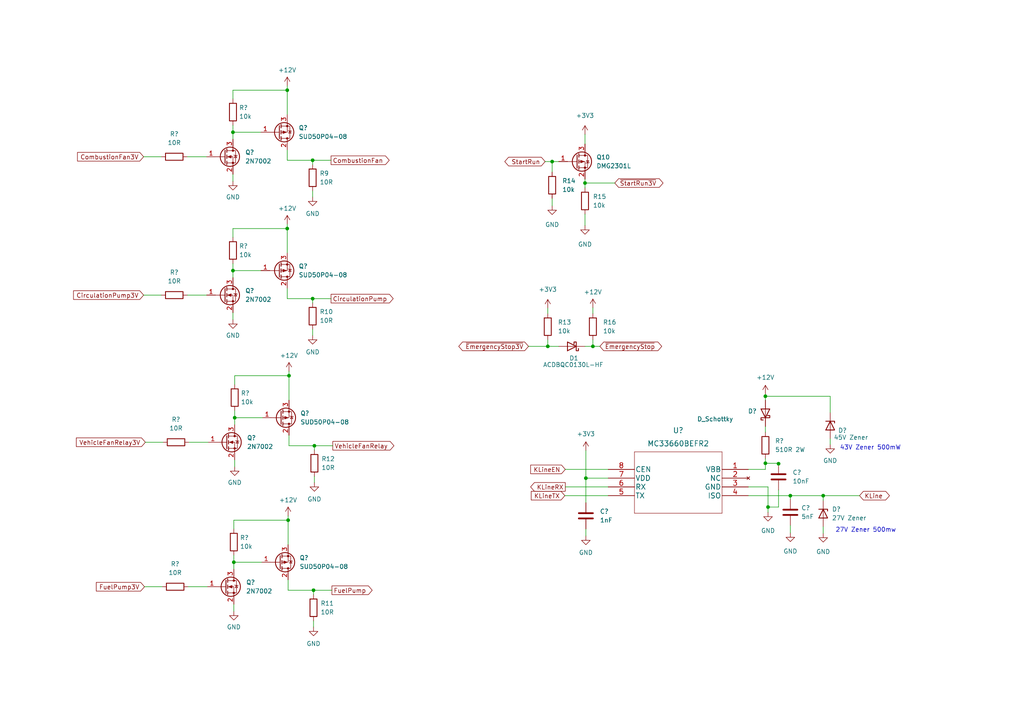
<source format=kicad_sch>
(kicad_sch (version 20211123) (generator eeschema)
  (paper "A4")
  (title_block (title "Webasto Thermo Top C Replacement Controller") (date "2023-01-19") (rev "v1.0"))
  (lib_symbols
    (symbol "+12V_1" (power) (pin_names (offset 0))
      (property "Value" "+12V_1" (at 0 3.556 0))
      (symbol "+12V_1_0_1"
        (polyline (pts (xy -0.762 1.27) (xy 0 2.54)))
        (polyline (pts (xy 0 0) (xy 0 2.54)))
        (polyline (pts (xy 0 2.54) (xy 0.762 1.27)))
      )
      (symbol "+12V_1_1_1"
        (pin power_in line (at 0 0 90) (length 0) hide (name "+12V") (number "1"))
      )
    )
    (symbol "+3V3_3" (power) (pin_names (offset 0))
      (property "Value" "+3V3_3" (at 0 3.556 0))
      (symbol "+3V3_3_0_1"
        (polyline (pts (xy -0.762 1.27) (xy 0 2.54)))
        (polyline (pts (xy 0 0) (xy 0 2.54)))
        (polyline (pts (xy 0 2.54) (xy 0.762 1.27)))
      )
      (symbol "+3V3_3_1_1"
        (pin power_in line (at 0 0 90) (length 0) hide (name "+3V3") (number "1"))
      )
    )
    (symbol "Device:C" (pin_numbers hide) (pin_names (offset 0.254))
      (property "Reference" "C" (at 0.635 2.54 0))
      (property "Value" "C" (at 0.635 -2.54 0))
      (symbol "C_0_1"
        (polyline (pts (xy -2.032 -0.762) (xy 2.032 -0.762)) (stroke (width 0.508)))
        (polyline (pts (xy -2.032 0.762) (xy 2.032 0.762)) (stroke (width 0.508)))
      )
      (symbol "C_1_1"
        (pin passive line (at 0 3.81 270) (length 2.794) (name "~") (number "1"))
        (pin passive line (at 0 -3.81 90) (length 2.794) (name "~") (number "2"))
      )
    )
    (symbol "Device:D_Schottky" (pin_numbers hide) (pin_names (offset 1.016) hide)
      (property "Reference" "D" (at 0 2.54 0))
      (property "Value" "D_Schottky" (at 0 -2.54 0))
      (symbol "D_Schottky_0_1"
        (polyline (pts (xy 1.27 0) (xy -1.27 0)))
        (polyline (pts (xy 1.27 1.27) (xy 1.27 -1.27) (xy -1.27 0) (xy 1.27 1.27)) (stroke (width 0.254)))
        (polyline (pts (xy -1.905 0.635) (xy -1.905 1.27) (xy -1.27 1.27) (xy -1.27 -1.27) (xy -0.635 -1.27) (xy -0.635 -0.635)) (stroke (width 0.254)))
      )
      (symbol "D_Schottky_1_1"
        (pin passive line (at -3.81 0 0) (length 2.54) (name "K") (number "1"))
        (pin passive line (at 3.81 0 180) (length 2.54) (name "A") (number "2"))
      )
    )
    (symbol "Device:D_Zener" (pin_numbers hide) (pin_names (offset 1.016) hide)
      (property "Reference" "D" (at 0 2.54 0))
      (property "Value" "D_Zener" (at 0 -2.54 0))
      (symbol "D_Zener_0_1"
        (polyline (pts (xy 1.27 0) (xy -1.27 0)))
        (polyline (pts (xy -1.27 -1.27) (xy -1.27 1.27) (xy -0.762 1.27)) (stroke (width 0.254)))
        (polyline (pts (xy 1.27 -1.27) (xy 1.27 1.27) (xy -1.27 0) (xy 1.27 -1.27)) (stroke (width 0.254)))
      )
      (symbol "D_Zener_1_1"
        (pin passive line (at -3.81 0 0) (length 2.54) (name "K") (number "1"))
        (pin passive line (at 3.81 0 180) (length 2.54) (name "A") (number "2"))
      )
    )
    (symbol "Device:R" (pin_numbers hide) (pin_names (offset 0))
      (property "Reference" "R" (at 2.032 0 90))
      (property "Value" "R" (at 0 0 90))
      (symbol "R_0_1"
        (rectangle (start -1.016 -2.54) (end 1.016 2.54) (stroke (width 0.254)))
      )
      (symbol "R_1_1"
        (pin passive line (at 0 3.81 270) (length 1.27) (name "~") (number "1"))
        (pin passive line (at 0 -3.81 90) (length 1.27) (name "~") (number "2"))
      )
    )
    (symbol "GND_1" (power) (pin_names (offset 0))
      (property "Value" "GND_1" (at 0 -3.81 0))
      (symbol "GND_1_0_1"
        (polyline (pts (xy 0 0) (xy 0 -1.27) (xy 1.27 -1.27) (xy 0 -2.54) (xy -1.27 -1.27) (xy 0 -1.27)))
      )
      (symbol "GND_1_1_1"
        (pin power_in line (at 0 0 270) (length 0) hide (name "GND") (number "1"))
      )
    )
    (symbol "GND_2" (power) (pin_names (offset 0))
      (property "Value" "GND_2" (at 0 -3.81 0))
      (symbol "GND_2_0_1"
        (polyline (pts (xy 0 0) (xy 0 -1.27) (xy 1.27 -1.27) (xy 0 -2.54) (xy -1.27 -1.27) (xy 0 -1.27)))
      )
      (symbol "GND_2_1_1"
        (pin power_in line (at 0 0 270) (length 0) hide (name "GND") (number "1"))
      )
    )
    (symbol "MC33660BEFR2_1" (pin_names (offset 0.254))
      (property "Reference" "U" (at 20.32 10.16 0))
      (property "Value" "MC33660BEFR2_1" (at 20.32 7.62 0))
      (symbol "MC33660BEFR2_1_1_1"
        (polyline (pts (xy 7.62 -12.7) (xy 33.02 -12.7)) (stroke (width 0.127)))
        (polyline (pts (xy 7.62 5.08) (xy 7.62 -12.7)) (stroke (width 0.127)))
        (polyline (pts (xy 33.02 -12.7) (xy 33.02 5.08)) (stroke (width 0.127)))
        (polyline (pts (xy 33.02 5.08) (xy 7.62 5.08)) (stroke (width 0.127)))
        (pin power_in line (at 0 0 0) (length 7.62) (name "VBB") (number "1"))
        (pin no_connect line (at 0 -2.54 0) (length 7.62) (name "NC") (number "2"))
        (pin power_in line (at 0 -5.08 0) (length 7.62) (name "GND") (number "3"))
        (pin bidirectional line (at 0 -7.62 0) (length 7.62) (name "ISO") (number "4"))
        (pin input line (at 40.64 -7.62 180) (length 7.62) (name "TX") (number "5"))
        (pin output line (at 40.64 -5.08 180) (length 7.62) (name "RX") (number "6"))
        (pin power_in line (at 40.64 -2.54 180) (length 7.62) (name "VDD") (number "7"))
        (pin input line (at 40.64 0 180) (length 7.62) (name "CEN") (number "8"))
      )
    )
    (symbol "Transistor_FET:2N7002" (pin_names hide)
      (property "Reference" "Q" (at 5.08 1.905 0))
      (property "Value" "2N7002" (at 5.08 0 0))
      (symbol "2N7002_0_1"
        (polyline (pts (xy 0.254 0) (xy -2.54 0)))
        (polyline (pts (xy 0.254 1.905) (xy 0.254 -1.905)) (stroke (width 0.254)))
        (polyline (pts (xy 0.762 -1.27) (xy 0.762 -2.286)) (stroke (width 0.254)))
        (polyline (pts (xy 0.762 0.508) (xy 0.762 -0.508)) (stroke (width 0.254)))
        (polyline (pts (xy 0.762 2.286) (xy 0.762 1.27)) (stroke (width 0.254)))
        (polyline (pts (xy 2.54 2.54) (xy 2.54 1.778)))
        (polyline (pts (xy 2.54 -2.54) (xy 2.54 0) (xy 0.762 0)))
        (polyline (pts (xy 0.762 -1.778) (xy 3.302 -1.778) (xy 3.302 1.778) (xy 0.762 1.778)))
        (polyline (pts (xy 1.016 0) (xy 2.032 0.381) (xy 2.032 -0.381) (xy 1.016 0)) (fill (type outline)))
        (polyline (pts (xy 2.794 0.508) (xy 2.921 0.381) (xy 3.683 0.381) (xy 3.81 0.254)))
        (polyline (pts (xy 3.302 0.381) (xy 2.921 -0.254) (xy 3.683 -0.254) (xy 3.302 0.381)))
        (circle (center 1.651 0) (radius 2.794) (stroke (width 0.254)))
        (circle (center 2.54 -1.778) (radius 0.254) (fill (type outline)))
        (circle (center 2.54 1.778) (radius 0.254) (fill (type outline)))
      )
      (symbol "2N7002_1_1"
        (pin input line (at -5.08 0 0) (length 2.54) (name "G") (number "1"))
        (pin passive line (at 2.54 -5.08 90) (length 2.54) (name "S") (number "2"))
        (pin passive line (at 2.54 5.08 270) (length 2.54) (name "D") (number "3"))
      )
    )
    (symbol "Transistor_FET:DMG2301L" (pin_names hide)
      (property "Reference" "Q" (at 5.08 1.905 0))
      (property "Value" "DMG2301L" (at 5.08 0 0))
      (symbol "DMG2301L_0_1"
        (polyline (pts (xy 0.254 0) (xy -2.54 0)))
        (polyline (pts (xy 0.254 1.905) (xy 0.254 -1.905)) (stroke (width 0.254)))
        (polyline (pts (xy 0.762 -1.27) (xy 0.762 -2.286)) (stroke (width 0.254)))
        (polyline (pts (xy 0.762 0.508) (xy 0.762 -0.508)) (stroke (width 0.254)))
        (polyline (pts (xy 0.762 2.286) (xy 0.762 1.27)) (stroke (width 0.254)))
        (polyline (pts (xy 2.54 2.54) (xy 2.54 1.778)))
        (polyline (pts (xy 2.54 -2.54) (xy 2.54 0) (xy 0.762 0)))
        (polyline (pts (xy 0.762 1.778) (xy 3.302 1.778) (xy 3.302 -1.778) (xy 0.762 -1.778)))
        (polyline (pts (xy 2.286 0) (xy 1.27 0.381) (xy 1.27 -0.381) (xy 2.286 0)) (fill (type outline)))
        (polyline (pts (xy 2.794 -0.508) (xy 2.921 -0.381) (xy 3.683 -0.381) (xy 3.81 -0.254)))
        (polyline (pts (xy 3.302 -0.381) (xy 2.921 0.254) (xy 3.683 0.254) (xy 3.302 -0.381)))
        (circle (center 1.651 0) (radius 2.794) (stroke (width 0.254)))
        (circle (center 2.54 -1.778) (radius 0.254) (fill (type outline)))
        (circle (center 2.54 1.778) (radius 0.254) (fill (type outline)))
      )
      (symbol "DMG2301L_1_1"
        (pin input line (at -5.08 0 0) (length 2.54) (name "G") (number "1"))
        (pin passive line (at 2.54 -5.08 90) (length 2.54) (name "S") (number "2"))
        (pin passive line (at 2.54 5.08 270) (length 2.54) (name "D") (number "3"))
      )
    )
    (symbol "Transistor_FET:SUD50P04-08" (pin_names hide)
      (property "Reference" "Q" (at 4.953 1.905 0))
      (property "Value" "SUD50P04-08" (at 4.953 0 0))
      (symbol "SUD50P04-08_0_1"
        (polyline (pts (xy 0.254 0) (xy -2.54 0)))
        (polyline (pts (xy 0.254 1.905) (xy 0.254 -1.905)) (stroke (width 0.254)))
        (polyline (pts (xy 0.762 -1.27) (xy 0.762 -2.286)) (stroke (width 0.254)))
        (polyline (pts (xy 0.762 0.508) (xy 0.762 -0.508)) (stroke (width 0.254)))
        (polyline (pts (xy 0.762 2.286) (xy 0.762 1.27)) (stroke (width 0.254)))
        (polyline (pts (xy 2.54 2.54) (xy 2.54 1.778)))
        (polyline (pts (xy 2.54 -2.54) (xy 2.54 0) (xy 0.762 0)))
        (polyline (pts (xy 0.762 1.778) (xy 3.302 1.778) (xy 3.302 -1.778) (xy 0.762 -1.778)))
        (polyline (pts (xy 2.286 0) (xy 1.27 0.381) (xy 1.27 -0.381) (xy 2.286 0)) (fill (type outline)))
        (polyline (pts (xy 2.794 -0.508) (xy 2.921 -0.381) (xy 3.683 -0.381) (xy 3.81 -0.254)))
        (polyline (pts (xy 3.302 -0.381) (xy 2.921 0.254) (xy 3.683 0.254) (xy 3.302 -0.381)))
        (circle (center 1.651 0) (radius 2.794) (stroke (width 0.254)))
        (circle (center 2.54 -1.778) (radius 0.254) (fill (type outline)))
        (circle (center 2.54 1.778) (radius 0.254) (fill (type outline)))
      )
      (symbol "SUD50P04-08_1_1"
        (pin input line (at -5.08 0 0) (length 2.54) (name "G") (number "1"))
        (pin passive line (at 2.54 5.08 270) (length 2.54) (name "D") (number "2"))
        (pin passive line (at 2.54 -5.08 90) (length 2.54) (name "S") (number "3"))
      )
    )
    (symbol "power:+12V" (power) (pin_names (offset 0))
      (property "Value" "+12V" (at 0 3.556 0))
      (symbol "+12V_0_1"
        (polyline (pts (xy -0.762 1.27) (xy 0 2.54)))
        (polyline (pts (xy 0 0) (xy 0 2.54)))
        (polyline (pts (xy 0 2.54) (xy 0.762 1.27)))
      )
      (symbol "+12V_1_1"
        (pin power_in line (at 0 0 90) (length 0) hide (name "+12V") (number "1"))
      )
    )
    (symbol "power:+3V3" (power) (pin_names (offset 0))
      (property "Value" "+3V3" (at 0 3.556 0))
      (symbol "+3V3_0_1"
        (polyline (pts (xy -0.762 1.27) (xy 0 2.54)))
        (polyline (pts (xy 0 0) (xy 0 2.54)))
        (polyline (pts (xy 0 2.54) (xy 0.762 1.27)))
      )
      (symbol "+3V3_1_1"
        (pin power_in line (at 0 0 90) (length 0) hide (name "+3V3") (number "1"))
      )
    )
    (symbol "power:GND" (power) (pin_names (offset 0))
      (property "Value" "GND" (at 0 -3.81 0))
      (symbol "GND_0_1"
        (polyline (pts (xy 0 0) (xy 0 -1.27) (xy 1.27 -1.27) (xy 0 -2.54) (xy -1.27 -1.27) (xy 0 -1.27)))
      )
      (symbol "GND_1_1"
        (pin power_in line (at 0 0 270) (length 0) hide (name "GND") (number "1"))
      )
    )
  )
  (junction (at 68.072 121.158))
  (junction (at 160.147 46.863))
  (junction (at 90.932 171.196))
  (junction (at 67.564 38.354))
  (junction (at 90.678 46.482))
  (junction (at 222.758 147.066))
  (junction (at 83.312 26.162))
  (junction (at 83.82 108.966))
  (junction (at 91.186 129.286))
  (junction (at 83.566 150.876))
  (junction (at 67.818 163.068))
  (junction (at 225.806 134.493))
  (junction (at 229.235 143.764))
  (junction (at 169.672 53.086))
  (junction (at 158.877 100.457))
  (junction (at 90.678 86.614))
  (junction (at 67.564 78.486))
  (junction (at 221.996 114.935))
  (junction (at 171.958 100.457))
  (junction (at 221.996 134.366))
  (junction (at 238.76 143.764))
  (junction (at 83.312 66.294))
  (junction (at 169.926 138.684))
  (wire (pts (xy 158.877 98.552) (xy 158.877 100.457)))
  (wire (pts (xy 54.864 128.27) (xy 60.452 128.27)))
  (wire (pts (xy 221.996 114.935) (xy 221.996 116.078)))
  (wire (pts (xy 178.308 53.086) (xy 169.672 53.086)))
  (wire (pts (xy 90.678 86.614) (xy 90.678 87.884)))
  (wire (pts (xy 83.82 126.238) (xy 83.82 129.286)))
  (wire (pts (xy 68.072 133.35) (xy 68.072 135.382)))
  (wire (pts (xy 225.806 134.366) (xy 221.996 134.366)))
  (wire (pts (xy 217.043 141.224) (xy 222.758 141.224)))
  (wire (pts (xy 158.877 89.408) (xy 158.877 90.932)))
  (wire (pts (xy 68.072 108.966) (xy 83.82 108.966)))
  (wire (pts (xy 158.115 46.863) (xy 160.147 46.863)))
  (wire (pts (xy 169.672 51.943) (xy 169.672 53.086)))
  (wire (pts (xy 90.678 46.482) (xy 90.678 47.752)))
  (wire (pts (xy 67.564 90.678) (xy 67.564 92.71)))
  (wire (pts (xy 160.147 57.531) (xy 160.147 59.69)))
  (wire (pts (xy 67.564 66.294) (xy 83.312 66.294)))
  (wire (pts (xy 83.312 43.434) (xy 83.312 46.482)))
  (wire (pts (xy 83.312 24.892) (xy 83.312 26.162)))
  (wire (pts (xy 68.072 121.158) (xy 68.072 123.19)))
  (wire (pts (xy 225.806 147.066) (xy 222.758 147.066)))
  (wire (pts (xy 240.792 127.254) (xy 240.792 128.905)))
  (wire (pts (xy 67.564 26.162) (xy 83.312 26.162)))
  (wire (pts (xy 83.82 108.966) (xy 83.82 116.078)))
  (wire (pts (xy 238.76 152.781) (xy 238.76 154.686)))
  (wire (pts (xy 67.818 163.068) (xy 67.818 165.1)))
  (wire (pts (xy 41.91 170.18) (xy 46.99 170.18)))
  (wire (pts (xy 54.356 45.466) (xy 59.944 45.466)))
  (wire (pts (xy 153.289 100.457) (xy 158.877 100.457)))
  (wire (pts (xy 221.996 123.698) (xy 221.996 125.349)))
  (wire (pts (xy 67.818 161.036) (xy 67.818 163.068)))
  (wire (pts (xy 176.403 138.684) (xy 169.926 138.684)))
  (wire (pts (xy 83.312 86.614) (xy 90.678 86.614)))
  (wire (pts (xy 91.186 138.176) (xy 91.186 139.954)))
  (wire (pts (xy 67.818 153.416) (xy 67.818 150.876)))
  (wire (pts (xy 225.806 142.113) (xy 225.806 147.066)))
  (wire (pts (xy 83.312 26.162) (xy 83.312 33.274)))
  (wire (pts (xy 83.312 46.482) (xy 90.678 46.482)))
  (wire (pts (xy 171.958 89.281) (xy 171.958 90.932)))
  (wire (pts (xy 83.82 129.286) (xy 91.186 129.286)))
  (wire (pts (xy 41.656 85.598) (xy 46.736 85.598)))
  (wire (pts (xy 83.566 149.606) (xy 83.566 150.876)))
  (wire (pts (xy 160.147 46.863) (xy 162.052 46.863)))
  (wire (pts (xy 67.564 68.834) (xy 67.564 66.294)))
  (wire (pts (xy 90.678 46.482) (xy 96.012 46.482)))
  (wire (pts (xy 91.186 129.286) (xy 96.52 129.286)))
  (wire (pts (xy 67.818 175.26) (xy 67.818 177.292)))
  (wire (pts (xy 169.672 53.086) (xy 169.672 54.483)))
  (wire (pts (xy 238.76 143.764) (xy 249.301 143.764)))
  (wire (pts (xy 90.678 55.372) (xy 90.678 57.15)))
  (wire (pts (xy 54.61 170.18) (xy 60.198 170.18)))
  (wire (pts (xy 91.186 129.286) (xy 91.186 130.556)))
  (wire (pts (xy 221.996 134.366) (xy 221.996 136.144)))
  (wire (pts (xy 171.958 100.457) (xy 173.99 100.457)))
  (wire (pts (xy 163.957 136.144) (xy 176.403 136.144)))
  (wire (pts (xy 83.566 150.876) (xy 83.566 157.988)))
  (wire (pts (xy 171.958 98.552) (xy 171.958 100.457)))
  (wire (pts (xy 67.818 150.876) (xy 83.566 150.876)))
  (wire (pts (xy 67.564 38.354) (xy 67.564 40.386)))
  (wire (pts (xy 67.564 78.486) (xy 67.564 80.518)))
  (wire (pts (xy 222.758 141.224) (xy 222.758 147.066)))
  (wire (pts (xy 83.312 65.024) (xy 83.312 66.294)))
  (wire (pts (xy 217.043 136.144) (xy 221.996 136.144)))
  (wire (pts (xy 163.957 141.224) (xy 176.403 141.224)))
  (wire (pts (xy 90.932 180.086) (xy 90.932 181.864)))
  (wire (pts (xy 83.566 171.196) (xy 90.932 171.196)))
  (wire (pts (xy 221.996 114.3) (xy 221.996 114.935)))
  (wire (pts (xy 169.926 138.684) (xy 169.926 130.683)))
  (wire (pts (xy 90.932 171.196) (xy 90.932 172.466)))
  (wire (pts (xy 169.672 62.103) (xy 169.672 65.405)))
  (wire (pts (xy 41.656 45.466) (xy 46.736 45.466)))
  (wire (pts (xy 67.564 76.454) (xy 67.564 78.486)))
  (wire (pts (xy 225.806 134.366) (xy 225.806 134.493)))
  (wire (pts (xy 240.792 119.634) (xy 240.792 114.935)))
  (wire (pts (xy 83.82 107.696) (xy 83.82 108.966)))
  (wire (pts (xy 42.164 128.27) (xy 47.244 128.27)))
  (wire (pts (xy 238.76 143.764) (xy 238.76 145.161)))
  (wire (pts (xy 169.926 138.684) (xy 169.926 145.796)))
  (wire (pts (xy 222.758 147.066) (xy 222.758 148.59)))
  (wire (pts (xy 160.147 46.863) (xy 160.147 49.911)))
  (wire (pts (xy 90.678 86.614) (xy 96.012 86.614)))
  (wire (pts (xy 67.564 50.546) (xy 67.564 52.578)))
  (wire (pts (xy 229.235 152.4) (xy 229.235 154.559)))
  (wire (pts (xy 68.072 111.506) (xy 68.072 108.966)))
  (wire (pts (xy 67.564 78.486) (xy 75.692 78.486)))
  (wire (pts (xy 68.072 121.158) (xy 76.2 121.158)))
  (wire (pts (xy 83.566 168.148) (xy 83.566 171.196)))
  (wire (pts (xy 90.678 95.504) (xy 90.678 97.282)))
  (wire (pts (xy 221.996 132.969) (xy 221.996 134.366)))
  (wire (pts (xy 83.312 66.294) (xy 83.312 73.406)))
  (wire (pts (xy 169.672 100.457) (xy 171.958 100.457)))
  (wire (pts (xy 169.926 153.416) (xy 169.926 155.448)))
  (wire (pts (xy 229.235 143.764) (xy 238.76 143.764)))
  (wire (pts (xy 67.564 28.702) (xy 67.564 26.162)))
  (wire (pts (xy 240.792 114.935) (xy 221.996 114.935)))
  (wire (pts (xy 67.564 38.354) (xy 75.692 38.354)))
  (wire (pts (xy 67.564 36.322) (xy 67.564 38.354)))
  (wire (pts (xy 163.83 143.764) (xy 176.403 143.764)))
  (wire (pts (xy 83.312 83.566) (xy 83.312 86.614)))
  (wire (pts (xy 54.356 85.598) (xy 59.944 85.598)))
  (wire (pts (xy 158.877 100.457) (xy 162.052 100.457)))
  (wire (pts (xy 68.072 119.126) (xy 68.072 121.158)))
  (wire (pts (xy 90.932 171.196) (xy 96.266 171.196)))
  (wire (pts (xy 67.818 163.068) (xy 75.946 163.068)))
  (wire (pts (xy 169.672 38.989) (xy 169.672 41.783)))
  (wire (pts (xy 229.235 143.764) (xy 229.235 144.78)))
  (wire (pts (xy 217.043 143.764) (xy 229.235 143.764)))
  (text "27V Zener 500mw" (at 242.316 154.559 0) (effects (font (size 1.27 1.27)) (justify left bottom)))
  (text "43V Zener 500mW" (at 243.586 130.683 0) (effects (font (size 1.27 1.27)) (justify left bottom)))
  (global_label "CirculationPump" (shape output) (at 96.012 86.614 0) (property "Intersheet References" "${INTERSHEET_REFS}" (effects hide)))
  (global_label "VehicleFanRelay" (shape output) (at 96.52 129.286 0) (property "Intersheet References" "${INTERSHEET_REFS}" (effects hide)))
  (global_label "KLine" (shape bidirectional) (at 249.301 143.764 0) (property "Intersheet References" "${INTERSHEET_REFS}" (effects hide)))
  (global_label "CombustionFan" (shape output) (at 96.012 46.482 0) (property "Intersheet References" "${INTERSHEET_REFS}" (effects hide)))
  (global_label "~{EmergencyStop}" (shape bidirectional) (at 173.99 100.457 0) (property "Intersheet References" "${INTERSHEET_REFS}" (effects hide)))
  (global_label "KLineTX" (shape input) (at 163.83 143.764 180) (property "Intersheet References" "${INTERSHEET_REFS}" (effects hide)))
  (global_label "FuelPump" (shape output) (at 96.266 171.196 0) (property "Intersheet References" "${INTERSHEET_REFS}" (effects hide)))
  (global_label "CombustionFan3V" (shape input) (at 41.656 45.466 180) (property "Intersheet References" "${INTERSHEET_REFS}" (effects hide)))
  (global_label "KLineEN" (shape input) (at 163.957 136.144 180) (property "Intersheet References" "${INTERSHEET_REFS}" (effects hide)))
  (global_label "~{StartRun3V}" (shape bidirectional) (at 178.308 53.086 0) (property "Intersheet References" "${INTERSHEET_REFS}" (effects hide)))
  (global_label "CirculationPump3V" (shape input) (at 41.656 85.598 180) (property "Intersheet References" "${INTERSHEET_REFS}" (effects hide)))
  (global_label "FuelPump3V" (shape input) (at 41.91 170.18 180) (property "Intersheet References" "${INTERSHEET_REFS}" (effects hide)))
  (global_label "KLineRX" (shape output) (at 163.957 141.224 180) (property "Intersheet References" "${INTERSHEET_REFS}" (effects hide)))
  (global_label "VehicleFanRelay3V" (shape input) (at 42.164 128.27 180) (property "Intersheet References" "${INTERSHEET_REFS}" (effects hide)))
  (global_label "StartRun" (shape bidirectional) (at 158.115 46.863 180) (property "Intersheet References" "${INTERSHEET_REFS}" (effects hide)))
  (global_label "~{EmergencyStop3V}" (shape bidirectional) (at 153.289 100.457 180) (property "Intersheet References" "${INTERSHEET_REFS}" (effects hide)))
  (symbol (lib_id "power:GND") (at 240.792 128.905 0) (unit 1)
    (property "Reference" "#PWR?" (effects hide))
    (property "Value" "GND" (at 240.792 133.604 0))
  )
  (symbol (lib_id "power:GND") (at 169.926 155.448 0) (unit 1)
    (property "Reference" "#PWR?" (effects hide))
    (property "Value" "GND" (at 169.926 160.274 0))
  )
  (symbol (lib_id "power:GND") (at 229.235 154.559 0) (unit 1)
    (property "Reference" "#PWR?" (effects hide))
    (property "Value" "GND" (at 229.235 159.893 0))
  )
  (symbol (lib_id "power:GND") (at 238.76 154.686 0) (unit 1)
    (property "Reference" "#PWR?" (effects hide))
    (property "Value" "GND" (at 238.76 160.02 0))
  )
  (symbol (lib_id "Transistor_FET:2N7002") (at 65.024 85.598 0) (unit 1)
    (property "Reference" "Q?" (at 71.12 84.3279 0) (effects (justify left)))
    (property "Value" "2N7002" (at 71.12 86.8679 0) (effects (justify left)))
    (property "Footprint" "Package_TO_SOT_SMD:SOT-23" (effects hide))
    (property "Datasheet" "https://www.onsemi.com/pub/Collateral/NDS7002A-D.PDF" (effects hide))
  )
  (symbol (lib_name "GND_1") (lib_id "power:GND") (at 90.678 57.15 0) (unit 1)
    (property "Reference" "#PWR?" (effects hide))
    (property "Value" "GND" (at 90.678 61.976 0))
  )
  (symbol (lib_id "Device:R") (at 171.958 94.742 0) (unit 1)
    (property "Reference" "R16" (at 174.879 93.4719 0) (effects (justify left)))
    (property "Value" "10k" (at 174.879 96.0119 0) (effects (justify left)))
    (property "Footprint" "Resistor_SMD:R_0805_2012Metric_Pad1.20x1.40mm_HandSolder" (effects hide))
  )
  (symbol (lib_id "Device:R") (at 160.147 53.721 0) (unit 1)
    (property "Reference" "R14" (at 163.068 52.4509 0) (effects (justify left)))
    (property "Value" "10k" (at 163.068 54.9909 0) (effects (justify left)))
    (property "Footprint" "Resistor_SMD:R_0805_2012Metric_Pad1.20x1.40mm_HandSolder" (effects hide))
  )
  (symbol (lib_name "+12V_1") (lib_id "power:+12V") (at 171.958 89.281 0) (unit 1)
    (property "Reference" "#PWR037" (effects hide))
    (property "Value" "+12V" (at 171.958 84.709 0))
  )
  (symbol (lib_id "Device:R") (at 50.8 170.18 90) (unit 1)
    (property "Reference" "R?" (at 50.8 163.576 90))
    (property "Value" "10R" (at 50.8 166.116 90))
    (property "Footprint" "Resistor_SMD:R_0805_2012Metric_Pad1.20x1.40mm_HandSolder" (effects hide))
  )
  (symbol (lib_id "Device:D_Schottky") (at 221.996 119.888 90) (unit 1)
    (property "Reference" "D?" (at 216.916 119.253 90) (effects (justify right)))
    (property "Value" "D_Schottky" (at 202.184 121.539 90) (effects (justify right)))
    (property "Footprint" "Diode_SMD:D_SOD-923" (effects hide))
  )
  (symbol (lib_name "+12V_1") (lib_id "power:+12V") (at 83.566 149.606 0) (unit 1)
    (property "Reference" "#PWR?" (effects hide))
    (property "Value" "+12V" (at 83.566 145.034 0))
  )
  (symbol (lib_id "Transistor_FET:SUD50P04-08") (at 81.28 121.158 0) (mirror x) (unit 1)
    (property "Reference" "Q?" (at 87.122 119.8879 0) (effects (justify left)))
    (property "Value" "SUD50P04-08" (at 87.122 122.4279 0) (effects (justify left)))
    (property "Footprint" "Package_TO_SOT_SMD:TO-252-2" (effects hide))
    (property "Datasheet" "https://www.vishay.com/docs/65594/sud50p04-08.pdf" (effects hide))
  )
  (symbol (lib_id "Device:D_Zener") (at 238.76 148.971 270) (unit 1)
    (property "Reference" "D?" (at 241.3 147.7009 90) (effects (justify left)))
    (property "Value" "27V Zener" (at 241.3 150.2409 90) (effects (justify left)))
    (property "Footprint" "Diode_SMD:D_SOD-123" (effects hide))
  )
  (symbol (lib_id "Device:R") (at 67.818 157.226 0) (unit 1)
    (property "Reference" "R?" (at 69.596 155.9559 0) (effects (justify left)))
    (property "Value" "10k" (at 69.596 158.4959 0) (effects (justify left)))
    (property "Footprint" "Resistor_SMD:R_0805_2012Metric_Pad1.20x1.40mm_HandSolder" (effects hide))
  )
  (symbol (lib_id "power:GND") (at 222.758 148.59 0) (unit 1)
    (property "Reference" "#PWR?" (effects hide))
    (property "Value" "GND" (at 222.758 153.924 0))
  )
  (symbol (lib_name "GND_2") (lib_id "power:GND") (at 67.564 92.71 0) (unit 1)
    (property "Reference" "#PWR?" (effects hide))
    (property "Value" "GND" (at 67.564 97.282 0))
  )
  (symbol (lib_name "GND_1") (lib_id "power:GND") (at 90.932 181.864 0) (unit 1)
    (property "Reference" "#PWR029" (effects hide))
    (property "Value" "GND" (at 90.932 186.69 0))
  )
  (symbol (lib_id "power:+12V") (at 221.996 114.3 0) (unit 1)
    (property "Reference" "#PWR?" (effects hide))
    (property "Value" "+12V" (at 221.996 109.474 0))
  )
  (symbol (lib_id "Device:R") (at 90.932 176.276 0) (unit 1)
    (property "Reference" "R11" (at 92.964 175.0059 0) (effects (justify left)))
    (property "Value" "10R" (at 92.964 177.5459 0) (effects (justify left)))
    (property "Footprint" "Resistor_SMD:R_0805_2012Metric_Pad1.20x1.40mm_HandSolder" (effects hide))
  )
  (symbol (lib_id "Device:R") (at 91.186 134.366 0) (unit 1)
    (property "Reference" "R12" (at 93.218 133.0959 0) (effects (justify left)))
    (property "Value" "10R" (at 93.218 135.6359 0) (effects (justify left)))
    (property "Footprint" "Resistor_SMD:R_0805_2012Metric_Pad1.20x1.40mm_HandSolder" (effects hide))
  )
  (symbol (lib_name "MC33660BEFR2_1") (lib_id "UltraLibrarian:MC33660BEFR2") (at 217.043 136.144 0) (mirror y) (unit 1)
    (property "Reference" "U?" (at 196.723 124.841 0) (effects (font (size 1.524 1.524))))
    (property "Value" "MC33660BEFR2" (at 196.723 128.651 0) (effects (font (size 1.524 1.524))))
    (property "Footprint" "SO8_SOT96-4_NXP" (effects hide))
  )
  (symbol (lib_name "+12V_1") (lib_id "power:+12V") (at 83.312 65.024 0) (unit 1)
    (property "Reference" "#PWR?" (effects hide))
    (property "Value" "+12V" (at 83.312 60.452 0))
  )
  (symbol (lib_id "Device:R") (at 50.546 45.466 90) (unit 1)
    (property "Reference" "R?" (at 50.546 38.862 90))
    (property "Value" "10R" (at 50.546 41.402 90))
    (property "Footprint" "Resistor_SMD:R_0805_2012Metric_Pad1.20x1.40mm_HandSolder" (effects hide))
  )
  (symbol (lib_id "Device:R") (at 68.072 115.316 0) (unit 1)
    (property "Reference" "R?" (at 69.85 114.0459 0) (effects (justify left)))
    (property "Value" "10k" (at 69.85 116.5859 0) (effects (justify left)))
    (property "Footprint" "Resistor_SMD:R_0805_2012Metric_Pad1.20x1.40mm_HandSolder" (effects hide))
  )
  (symbol (lib_id "Device:R") (at 158.877 94.742 0) (unit 1)
    (property "Reference" "R13" (at 161.798 93.4719 0) (effects (justify left)))
    (property "Value" "10k" (at 161.798 96.0119 0) (effects (justify left)))
    (property "Footprint" "Resistor_SMD:R_0805_2012Metric_Pad1.20x1.40mm_HandSolder" (effects hide))
  )
  (symbol (lib_name "GND_1") (lib_id "power:GND") (at 91.186 139.954 0) (unit 1)
    (property "Reference" "#PWR030" (effects hide))
    (property "Value" "GND" (at 91.186 144.78 0))
  )
  (symbol (lib_id "power:GND") (at 169.672 65.405 0) (unit 1)
    (property "Reference" "#PWR034" (effects hide))
    (property "Value" "GND" (at 169.672 70.866 0))
  )
  (symbol (lib_id "power:GND") (at 160.147 59.69 0) (unit 1)
    (property "Reference" "#PWR032" (effects hide))
    (property "Value" "GND" (at 160.147 65.151 0))
  )
  (symbol (lib_id "power:+3V3") (at 169.926 130.683 0) (unit 1)
    (property "Reference" "#PWR?" (effects hide))
    (property "Value" "+3V3" (at 169.926 125.857 0))
  )
  (symbol (lib_name "+12V_1") (lib_id "power:+12V") (at 83.312 24.892 0) (unit 1)
    (property "Reference" "#PWR?" (effects hide))
    (property "Value" "+12V" (at 83.312 20.32 0))
  )
  (symbol (lib_id "Transistor_FET:2N7002") (at 65.278 170.18 0) (unit 1)
    (property "Reference" "Q?" (at 71.374 168.9099 0) (effects (justify left)))
    (property "Value" "2N7002" (at 71.374 171.4499 0) (effects (justify left)))
    (property "Footprint" "Package_TO_SOT_SMD:SOT-23" (effects hide))
    (property "Datasheet" "https://www.onsemi.com/pub/Collateral/NDS7002A-D.PDF" (effects hide))
  )
  (symbol (lib_id "Transistor_FET:SUD50P04-08") (at 80.772 38.354 0) (mirror x) (unit 1)
    (property "Reference" "Q?" (at 86.614 37.0839 0) (effects (justify left)))
    (property "Value" "SUD50P04-08" (at 86.614 39.6239 0) (effects (justify left)))
    (property "Footprint" "Package_TO_SOT_SMD:TO-252-2" (effects hide))
    (property "Datasheet" "https://www.vishay.com/docs/65594/sud50p04-08.pdf" (effects hide))
  )
  (symbol (lib_id "Device:D_Schottky") (at 165.862 100.457 180) (unit 1)
    (property "Reference" "D1" (at 165.1 103.886 0) (effects (justify right)))
    (property "Value" "ACDBQC0130L-HF" (at 157.48 105.791 0) (effects (justify right)))
    (property "Footprint" "Diode_SMD:D_SOD-923" (effects hide))
  )
  (symbol (lib_id "Device:R") (at 90.678 91.694 0) (unit 1)
    (property "Reference" "R10" (at 92.71 90.4239 0) (effects (justify left)))
    (property "Value" "10R" (at 92.71 92.9639 0) (effects (justify left)))
    (property "Footprint" "Resistor_SMD:R_0805_2012Metric_Pad1.20x1.40mm_HandSolder" (effects hide))
  )
  (symbol (lib_name "GND_2") (lib_id "power:GND") (at 67.564 52.578 0) (unit 1)
    (property "Reference" "#PWR?" (effects hide))
    (property "Value" "GND" (at 67.564 57.15 0))
  )
  (symbol (lib_id "Device:C") (at 225.806 138.303 0) (unit 1)
    (property "Reference" "C?" (at 229.87 137.0329 0) (effects (justify left)))
    (property "Value" "10nF" (at 229.87 139.5729 0) (effects (justify left)))
    (property "Footprint" "Capacitor_SMD:C_0805_2012Metric" (effects hide))
  )
  (symbol (lib_name "+3V3_3") (lib_id "power:+3V3") (at 158.877 89.408 0) (unit 1)
    (property "Reference" "#PWR031" (effects hide))
    (property "Value" "+3V3" (at 158.877 83.947 0))
  )
  (symbol (lib_id "Device:R") (at 50.546 85.598 90) (unit 1)
    (property "Reference" "R?" (at 50.546 78.994 90))
    (property "Value" "10R" (at 50.546 81.534 90))
    (property "Footprint" "Resistor_SMD:R_0805_2012Metric_Pad1.20x1.40mm_HandSolder" (effects hide))
  )
  (symbol (lib_name "+3V3_3") (lib_id "power:+3V3") (at 169.672 38.989 0) (unit 1)
    (property "Reference" "#PWR033" (effects hide))
    (property "Value" "+3V3" (at 169.672 33.528 0))
  )
  (symbol (lib_id "Device:R") (at 169.672 58.293 0) (mirror y) (unit 1)
    (property "Reference" "R15" (at 171.958 57.0229 0) (effects (justify right)))
    (property "Value" "10k" (at 171.958 59.5629 0) (effects (justify right)))
    (property "Footprint" "Resistor_SMD:R_0805_2012Metric_Pad1.20x1.40mm_HandSolder" (effects hide))
  )
  (symbol (lib_name "GND_2") (lib_id "power:GND") (at 67.818 177.292 0) (unit 1)
    (property "Reference" "#PWR?" (effects hide))
    (property "Value" "GND" (at 67.818 181.864 0))
  )
  (symbol (lib_id "Transistor_FET:2N7002") (at 65.024 45.466 0) (unit 1)
    (property "Reference" "Q?" (at 71.12 44.1959 0) (effects (justify left)))
    (property "Value" "2N7002" (at 71.12 46.7359 0) (effects (justify left)))
    (property "Footprint" "Package_TO_SOT_SMD:SOT-23" (effects hide))
    (property "Datasheet" "https://www.onsemi.com/pub/Collateral/NDS7002A-D.PDF" (effects hide))
  )
  (symbol (lib_id "Transistor_FET:SUD50P04-08") (at 81.026 163.068 0) (mirror x) (unit 1)
    (property "Reference" "Q?" (at 86.868 161.7979 0) (effects (justify left)))
    (property "Value" "SUD50P04-08" (at 86.868 164.3379 0) (effects (justify left)))
    (property "Footprint" "Package_TO_SOT_SMD:TO-252-2" (effects hide))
    (property "Datasheet" "https://www.vishay.com/docs/65594/sud50p04-08.pdf" (effects hide))
  )
  (symbol (lib_name "GND_2") (lib_id "power:GND") (at 68.072 135.382 0) (unit 1)
    (property "Reference" "#PWR?" (effects hide))
    (property "Value" "GND" (at 68.072 139.954 0))
  )
  (symbol (lib_name "+12V_1") (lib_id "power:+12V") (at 83.82 107.696 0) (unit 1)
    (property "Reference" "#PWR?" (effects hide))
    (property "Value" "+12V" (at 83.82 103.124 0))
  )
  (symbol (lib_id "Transistor_FET:SUD50P04-08") (at 80.772 78.486 0) (mirror x) (unit 1)
    (property "Reference" "Q?" (at 86.614 77.2159 0) (effects (justify left)))
    (property "Value" "SUD50P04-08" (at 86.614 79.7559 0) (effects (justify left)))
    (property "Footprint" "Package_TO_SOT_SMD:TO-252-2" (effects hide))
    (property "Datasheet" "https://www.vishay.com/docs/65594/sud50p04-08.pdf" (effects hide))
  )
  (symbol (lib_id "Device:R") (at 67.564 72.644 0) (unit 1)
    (property "Reference" "R?" (at 69.342 71.3739 0) (effects (justify left)))
    (property "Value" "10k" (at 69.342 73.9139 0) (effects (justify left)))
    (property "Footprint" "Resistor_SMD:R_0805_2012Metric_Pad1.20x1.40mm_HandSolder" (effects hide))
  )
  (symbol (lib_id "Device:R") (at 90.678 51.562 0) (unit 1)
    (property "Reference" "R9" (at 92.71 50.2919 0) (effects (justify left)))
    (property "Value" "10R" (at 92.71 52.8319 0) (effects (justify left)))
    (property "Footprint" "Resistor_SMD:R_0805_2012Metric_Pad1.20x1.40mm_HandSolder" (effects hide))
  )
  (symbol (lib_id "Device:R") (at 51.054 128.27 90) (unit 1)
    (property "Reference" "R?" (at 51.054 121.666 90))
    (property "Value" "10R" (at 51.054 124.206 90))
    (property "Footprint" "Resistor_SMD:R_0805_2012Metric_Pad1.20x1.40mm_HandSolder" (effects hide))
  )
  (symbol (lib_id "Device:C") (at 229.235 148.59 0) (unit 1)
    (property "Reference" "C?" (at 232.41 147.3199 0) (effects (justify left)))
    (property "Value" "5nF" (at 232.41 149.8599 0) (effects (justify left)))
    (property "Footprint" "Capacitor_SMD:C_0805_2012Metric" (effects hide))
  )
  (symbol (lib_id "Device:C") (at 169.926 149.606 0) (unit 1)
    (property "Reference" "C?" (at 173.99 148.3359 0) (effects (justify left)))
    (property "Value" "1nF" (at 173.99 150.8759 0) (effects (justify left)))
    (property "Footprint" "Capacitor_SMD:C_0805_2012Metric" (effects hide))
  )
  (symbol (lib_name "GND_1") (lib_id "power:GND") (at 90.678 97.282 0) (unit 1)
    (property "Reference" "#PWR028" (effects hide))
    (property "Value" "GND" (at 90.678 102.108 0))
  )
  (symbol (lib_id "Transistor_FET:DMG2301L") (at 167.132 46.863 0) (unit 1)
    (property "Reference" "Q10" (at 172.974 45.5929 0) (effects (justify left)))
    (property "Value" "DMG2301L" (at 172.974 48.1329 0) (effects (justify left)))
    (property "Footprint" "Package_TO_SOT_SMD:SOT-23" (effects hide))
    (property "Datasheet" "https://www.diodes.com/assets/Datasheets/DMG2301L.pdf" (effects hide))
  )
  (symbol (lib_id "Device:R") (at 67.564 32.512 0) (unit 1)
    (property "Reference" "R?" (at 69.342 31.2419 0) (effects (justify left)))
    (property "Value" "10k" (at 69.342 33.7819 0) (effects (justify left)))
    (property "Footprint" "Resistor_SMD:R_0805_2012Metric_Pad1.20x1.40mm_HandSolder" (effects hide))
  )
  (symbol (lib_id "Transistor_FET:2N7002") (at 65.532 128.27 0) (unit 1)
    (property "Reference" "Q?" (at 71.628 126.9999 0) (effects (justify left)))
    (property "Value" "2N7002" (at 71.628 129.5399 0) (effects (justify left)))
    (property "Footprint" "Package_TO_SOT_SMD:SOT-23" (effects hide))
    (property "Datasheet" "https://www.onsemi.com/pub/Collateral/NDS7002A-D.PDF" (effects hide))
  )
  (symbol (lib_id "Device:R") (at 221.996 129.159 0) (unit 1)
    (property "Reference" "R?" (at 224.79 127.8889 0) (effects (justify left)))
    (property "Value" "510R 2W" (at 224.79 130.4289 0) (effects (justify left)))
    (property "Footprint" "Resistor_SMD:R_2512_6332Metric_Pad1.40x3.35mm_HandSolder" (effects hide))
  )
  (symbol (lib_id "Device:D_Zener") (at 240.792 123.444 270) (unit 1)
    (property "Reference" "D?" (at 243.078 124.841 90) (effects (justify left)))
    (property "Value" "45V Zener" (at 241.808 126.873 90) (effects (justify left)))
    (property "Footprint" "Diode_SMD:D_SOD-123" (effects hide))
  )
)
</source>
